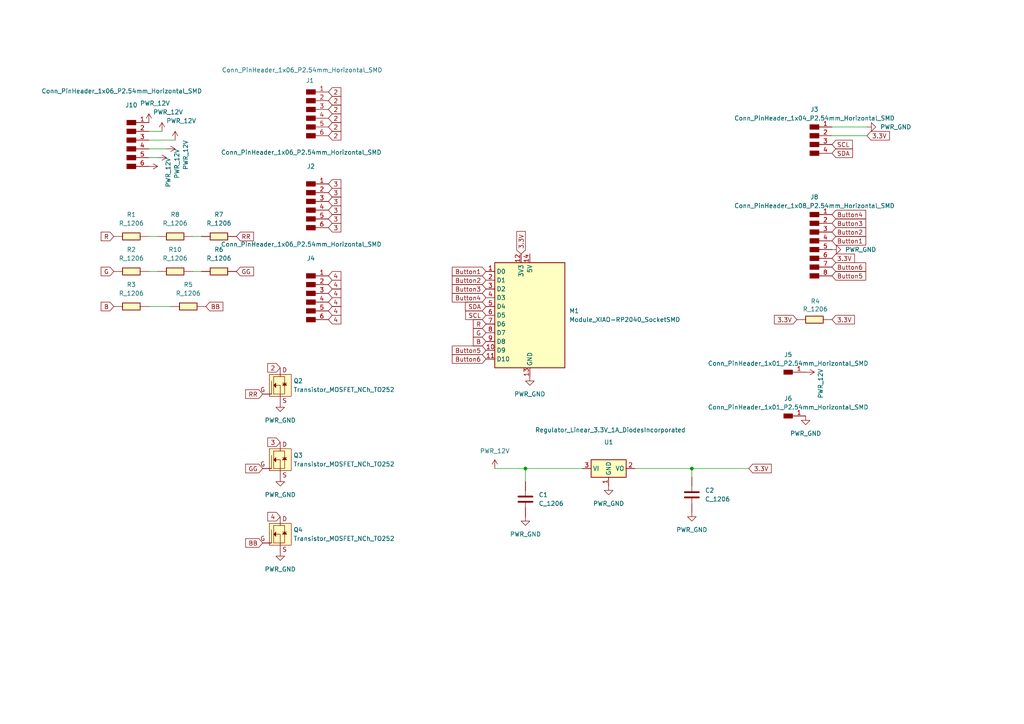
<source format=kicad_sch>
(kicad_sch (version 20231120) (generator "eeschema") (generator_version "8.0")
  (paper "A4")
  (lib_symbols
    (symbol "Fabac:C_1206" (pin_numbers hide)
      (property "Reference" "C" (at 0.635 2.54 0))
      (property "Value" "C_1206" (at 0.635 -2.54 0))
      (symbol "C_1206_0_1"
        (polyline (pts (xy -2.032 -0.762) (xy 2.032 -0.762)) (stroke (width 0.508)))
        (polyline (pts (xy -2.032 0.762) (xy 2.032 0.762)) (stroke (width 0.508)))
        (polyline (pts (xy 0 -0.635) (xy 0 -2.54)))
        (polyline (pts (xy 0 0.635) (xy 0 2.54)))
      )
      (symbol "C_1206_1_1"
        (pin passive line (at 0 5.08 270) (length 2.54) (name "~") (number "1"))
        (pin passive line (at 0 -5.08 90) (length 2.54) (name "~") (number "2"))
      )
    )
    (symbol "Fabac:Conn_PinHeader_1x01_P2.54mm_Horizontal_SMD" (pin_names (offset 1.016) hide)
      (property "Reference" "J" (at 0 2.54 0))
      (property "Value" "Conn_PinHeader_1x01_P2.54mm_Horizontal_SMD" (at 0 -2.54 0))
      (symbol "Conn_PinHeader_1x01_P2.54mm_Horizontal_SMD_1_1"
        (rectangle (start -1.27 0.635) (end 1.27 -0.635) (stroke (width 0.1524)) (fill (type outline)))
        (pin passive line (at 5.08 0 180) (length 3.81) (name "Pin_1") (number "1"))
      )
    )
    (symbol "Fabac:Conn_PinHeader_1x04_P2.54mm_Horizontal_SMD" (pin_names hide)
      (property "Reference" "J" (at 0 5.08 0))
      (property "Value" "Conn_PinHeader_1x04_P2.54mm_Horizontal_SMD" (at 0 -7.62 0))
      (symbol "Conn_PinHeader_1x04_P2.54mm_Horizontal_SMD_1_1"
        (rectangle (start -1.27 -4.445) (end 1.27 -5.715) (stroke (width 0.254)) (fill (type outline)))
        (rectangle (start -1.27 -1.905) (end 1.27 -3.175) (stroke (width 0.254)) (fill (type outline)))
        (rectangle (start -1.27 0.635) (end 1.27 -0.635) (stroke (width 0.254)) (fill (type outline)))
        (rectangle (start -1.27 3.175) (end 1.27 1.905) (stroke (width 0.254)) (fill (type outline)))
        (pin passive line (at 5.08 2.54 180) (length 3.81) (name "Pin_1") (number "1"))
        (pin passive line (at 5.08 0 180) (length 3.81) (name "Pin_2") (number "2"))
        (pin passive line (at 5.08 -2.54 180) (length 3.81) (name "Pin_3") (number "3"))
        (pin passive line (at 5.08 -5.08 180) (length 3.81) (name "Pin_4") (number "4"))
      )
    )
    (symbol "Fabac:Conn_PinHeader_1x06_P2.54mm_Horizontal_SMD" (pin_names hide)
      (property "Reference" "J" (at 0 7.62 0))
      (property "Value" "Conn_PinHeader_1x06_P2.54mm_Horizontal_SMD" (at 0 -10.16 0))
      (symbol "Conn_PinHeader_1x06_P2.54mm_Horizontal_SMD_1_1"
        (rectangle (start -1.27 -6.985) (end 1.27 -8.255) (stroke (width 0.254)) (fill (type outline)))
        (rectangle (start -1.27 -4.445) (end 1.27 -5.715) (stroke (width 0.254)) (fill (type outline)))
        (rectangle (start -1.27 -1.905) (end 1.27 -3.175) (stroke (width 0.254)) (fill (type outline)))
        (rectangle (start -1.27 0.635) (end 1.27 -0.635) (stroke (width 0.254)) (fill (type outline)))
        (rectangle (start -1.27 3.175) (end 1.27 1.905) (stroke (width 0.254)) (fill (type outline)))
        (rectangle (start -1.27 5.715) (end 1.27 4.445) (stroke (width 0.254)) (fill (type outline)))
        (pin passive line (at 5.08 5.08 180) (length 3.81) (name "Pin_1") (number "1"))
        (pin passive line (at 5.08 2.54 180) (length 3.81) (name "Pin_2") (number "2"))
        (pin passive line (at 5.08 0 180) (length 3.81) (name "Pin_3") (number "3"))
        (pin passive line (at 5.08 -2.54 180) (length 3.81) (name "Pin_4") (number "4"))
        (pin passive line (at 5.08 -5.08 180) (length 3.81) (name "Pin_5") (number "5"))
        (pin passive line (at 5.08 -7.62 180) (length 3.81) (name "Pin_6") (number "6"))
      )
    )
    (symbol "Fabac:Conn_PinHeader_1x08_P2.54mm_Horizontal_SMD" (pin_names hide)
      (property "Reference" "J" (at 0 10.16 0))
      (property "Value" "Conn_PinHeader_1x08_P2.54mm_Horizontal_SMD" (at 0 -12.7 0))
      (symbol "Conn_PinHeader_1x08_P2.54mm_Horizontal_SMD_1_1"
        (rectangle (start -1.27 -9.525) (end 1.27 -10.795) (stroke (width 0.254)) (fill (type outline)))
        (rectangle (start -1.27 -6.985) (end 1.27 -8.255) (stroke (width 0.254)) (fill (type outline)))
        (rectangle (start -1.27 -4.445) (end 1.27 -5.715) (stroke (width 0.254)) (fill (type outline)))
        (rectangle (start -1.27 -1.905) (end 1.27 -3.175) (stroke (width 0.254)) (fill (type outline)))
        (rectangle (start -1.27 0.635) (end 1.27 -0.635) (stroke (width 0.254)) (fill (type outline)))
        (rectangle (start -1.27 3.175) (end 1.27 1.905) (stroke (width 0.254)) (fill (type outline)))
        (rectangle (start -1.27 5.715) (end 1.27 4.445) (stroke (width 0.254)) (fill (type outline)))
        (rectangle (start -1.27 8.255) (end 1.27 6.985) (stroke (width 0.254)) (fill (type outline)))
        (pin passive line (at 5.08 7.62 180) (length 3.81) (name "Pin_1") (number "1"))
        (pin passive line (at 5.08 5.08 180) (length 3.81) (name "Pin_2") (number "2"))
        (pin passive line (at 5.08 2.54 180) (length 3.81) (name "Pin_3") (number "3"))
        (pin passive line (at 5.08 0 180) (length 3.81) (name "Pin_4") (number "4"))
        (pin passive line (at 5.08 -2.54 180) (length 3.81) (name "Pin_5") (number "5"))
        (pin passive line (at 5.08 -5.08 180) (length 3.81) (name "Pin_6") (number "6"))
        (pin passive line (at 5.08 -7.62 180) (length 3.81) (name "Pin_7") (number "7"))
        (pin passive line (at 5.08 -10.16 180) (length 3.81) (name "Pin_8") (number "8"))
      )
    )
    (symbol "Fabac:Module_XIAO-RP2040_SocketSMD"
      (property "Reference" "M" (at -10.16 16.51 0))
      (property "Value" "Module_XIAO-RP2040_SocketSMD" (at 1.27 16.51 0))
      (symbol "Module_XIAO-RP2040_SocketSMD_1_1"
        (rectangle (start -10.16 15.24) (end 10.16 -15.24) (stroke (width 0.254)) (fill (type background)))
        (pin bidirectional line (at -12.7 12.7 0) (length 2.54) (name "D0") (number "1"))
        (pin bidirectional line (at -12.7 -10.16 0) (length 2.54) (name "D9") (number "10"))
        (pin bidirectional line (at -12.7 -12.7 0) (length 2.54) (name "D10") (number "11"))
        (pin power_in line (at -2.54 17.78 270) (length 2.54) (name "3V3") (number "12"))
        (pin power_in line (at 0 -17.78 90) (length 2.54) (name "GND") (number "13"))
        (pin power_in line (at 0 17.78 270) (length 2.54) (name "5V") (number "14"))
        (pin bidirectional line (at -12.7 10.16 0) (length 2.54) (name "D1") (number "2"))
        (pin bidirectional line (at -12.7 7.62 0) (length 2.54) (name "D2") (number "3"))
        (pin bidirectional line (at -12.7 5.08 0) (length 2.54) (name "D3") (number "4"))
        (pin bidirectional line (at -12.7 2.54 0) (length 2.54) (name "D4") (number "5"))
        (pin bidirectional line (at -12.7 0 0) (length 2.54) (name "D5") (number "6"))
        (pin bidirectional line (at -12.7 -2.54 0) (length 2.54) (name "D6") (number "7"))
        (pin bidirectional line (at -12.7 -5.08 0) (length 2.54) (name "D7") (number "8"))
        (pin bidirectional line (at -12.7 -7.62 0) (length 2.54) (name "D8") (number "9"))
      )
    )
    (symbol "Fabac:PWR_12V" (power) (pin_names (offset 0))
      (property "Value" "PWR_12V" (at 0 3.556 0))
      (symbol "PWR_12V_0_1"
        (polyline (pts (xy -0.762 1.27) (xy 0 2.54)))
        (polyline (pts (xy 0 0) (xy 0 2.54)))
        (polyline (pts (xy 0 2.54) (xy 0.762 1.27)))
      )
      (symbol "PWR_12V_1_1"
        (pin power_in line (at 0 0 90) (length 0) hide (name "PWR_12V") (number "1"))
      )
    )
    (symbol "Fabac:PWR_GND" (power) (pin_names (offset 0))
      (property "Value" "PWR_GND" (at 0 -3.81 0))
      (symbol "PWR_GND_0_1"
        (polyline (pts (xy 0 0) (xy 0 -1.27) (xy 1.27 -1.27) (xy 0 -2.54) (xy -1.27 -1.27) (xy 0 -1.27)))
      )
      (symbol "PWR_GND_1_1"
        (pin power_in line (at 0 0 270) (length 0) hide (name "PWR_GND") (number "1"))
      )
    )
    (symbol "Fabac:R_1206" (pin_numbers hide) (pin_names (offset 0))
      (property "Reference" "R" (at 2.54 0 90))
      (property "Value" "R_1206" (at -2.54 0 90))
      (symbol "R_1206_0_1"
        (rectangle (start -1.016 -2.54) (end 1.016 2.54) (stroke (width 0.254)) (fill (type background)))
      )
      (symbol "R_1206_1_1"
        (pin passive line (at 0 5.08 270) (length 2.54) (name "~") (number "1"))
        (pin passive line (at 0 -5.08 90) (length 2.54) (name "~") (number "2"))
      )
    )
    (symbol "Fabac:Regulator_Linear_3.3V_1A_DiodesIncorporated"
      (property "Reference" "U" (at -5.08 6.35 0))
      (property "Value" "Regulator_Linear_3.3V_1A_DiodesIncorporated" (at -5.08 3.81 0))
      (symbol "Regulator_Linear_3.3V_1A_DiodesIncorporated_0_1"
        (rectangle (start -5.08 2.54) (end 5.08 -2.54) (stroke (width 0.254)) (fill (type background)))
      )
      (symbol "Regulator_Linear_3.3V_1A_DiodesIncorporated_1_1"
        (pin power_in line (at 0 -5.08 90) (length 2.54) (name "GND") (number "1"))
        (pin power_out line (at 7.62 0 180) (length 2.54) (name "VO") (number "2"))
        (pin power_in line (at -7.62 0 0) (length 2.54) (name "VI") (number "3"))
      )
    )
    (symbol "Fabac:Transistor_MOSFET_NCh_TO252" (pin_numbers hide) (pin_names hide)
      (property "Reference" "Q" (at 3.81 1.27 0))
      (property "Value" "Transistor_MOSFET_NCh_TO252" (at 3.81 -1.27 0))
      (symbol "Transistor_MOSFET_NCh_TO252_0_1"
        (polyline (pts (xy 0 2.54) (xy 1.27 2.54) (xy 1.27 -2.54) (xy 0 -2.54)))
      )
      (symbol "Transistor_MOSFET_NCh_TO252_1_0"
        (text "D" (at 1.27 4.445 0) (effects (font (size 1.27 1.27))))
        (text "G" (at -5.08 -1.27 0) (effects (font (size 1.27 1.27))))
        (text "S" (at 1.27 -4.445 0) (effects (font (size 1.27 1.27))))
      )
      (symbol "Transistor_MOSFET_NCh_TO252_1_1"
        (rectangle (start -3.175 3.175) (end 3.175 -3.175) (fill (type background)))
        (polyline (pts (xy -2.54 -2.54) (xy -2.54 1.27)) (stroke (width 0.15)))
        (polyline (pts (xy -1.905 -2.54) (xy 0 -2.54)) (stroke (width 0.15)))
        (polyline (pts (xy -1.905 2.54) (xy -1.905 -2.54)) (stroke (width 0.15)))
        (polyline (pts (xy 0 2.54) (xy -1.905 2.54)) (stroke (width 0.15)))
        (polyline (pts (xy 0.635 0.635) (xy 1.905 0.635)) (stroke (width 0.15)))
        (polyline (pts (xy 0 -2.54) (xy 0 0) (xy -1.905 0)) (stroke (width 0.15)))
        (polyline (pts (xy -1.905 0) (xy -1.27 0.635) (xy -1.27 -0.635) (xy -1.905 0)) (fill (type outline)))
        (polyline (pts (xy 1.27 0.635) (xy 1.905 0) (xy 0.635 0) (xy 1.27 0.635)) (fill (type outline)))
        (pin passive line (at -5.08 -2.54 0) (length 2.54) (name "G") (number "1"))
        (pin passive line (at 0 5.08 270) (length 2.54) (name "D") (number "2"))
        (pin passive line (at 0 -5.08 90) (length 2.54) (name "S") (number "3"))
      )
    )
  )
  (junction (at 200.66 135.89))
  (junction (at 152.4 135.89))
  (wire (pts (xy 200.66 138.43) (xy 200.66 135.89)))
  (wire (pts (xy 50.8 40.64) (xy 43.18 40.64)))
  (wire (pts (xy 55.88 78.74) (xy 58.42 78.74)))
  (wire (pts (xy 184.15 135.89) (xy 200.66 135.89)))
  (wire (pts (xy 143.51 135.89) (xy 152.4 135.89)))
  (wire (pts (xy 251.46 36.83) (xy 241.3 36.83)))
  (wire (pts (xy 251.46 39.37) (xy 241.3 39.37)))
  (wire (pts (xy 152.4 135.89) (xy 152.4 139.7)))
  (wire (pts (xy 43.18 68.58) (xy 45.72 68.58)))
  (wire (pts (xy 200.66 135.89) (xy 217.17 135.89)))
  (wire (pts (xy 46.99 38.1) (xy 43.18 38.1)))
  (wire (pts (xy 58.42 68.58) (xy 55.88 68.58)))
  (wire (pts (xy 45.72 78.74) (xy 43.18 78.74)))
  (wire (pts (xy 48.26 43.18) (xy 43.18 43.18)))
  (wire (pts (xy 49.53 88.9) (xy 43.18 88.9)))
  (wire (pts (xy 45.72 45.72) (xy 43.18 45.72)))
  (wire (pts (xy 152.4 135.89) (xy 168.91 135.89)))
  (global_label "GG" (shape input) (at 76.2 135.89 180) (property "Intersheetrefs" "${INTERSHEET_REFS}" (effects (hide yes))))
  (global_label "2" (shape input) (at 81.28 106.68 180) (property "Intersheetrefs" "${INTERSHEET_REFS}" (effects (hide yes))))
  (global_label "GG" (shape input) (at 68.58 78.74 0) (property "Intersheetrefs" "${INTERSHEET_REFS}" (effects (hide yes))))
  (global_label "4" (shape input) (at 95.25 87.63 0) (property "Intersheetrefs" "${INTERSHEET_REFS}" (effects (hide yes))))
  (global_label "SDA" (shape input) (at 140.97 88.9 180) (property "Intersheetrefs" "${INTERSHEET_REFS}" (effects (hide yes))))
  (global_label "Button6" (shape input) (at 140.97 104.14 180) (property "Intersheetrefs" "${INTERSHEET_REFS}" (effects (hide yes))))
  (global_label "SCL" (shape input) (at 140.97 91.44 180) (property "Intersheetrefs" "${INTERSHEET_REFS}" (effects (hide yes))))
  (global_label "3.3V" (shape input) (at 241.3 92.71 0) (property "Intersheetrefs" "${INTERSHEET_REFS}" (effects (hide yes))))
  (global_label "4" (shape input) (at 95.25 92.71 0) (property "Intersheetrefs" "${INTERSHEET_REFS}" (effects (hide yes))))
  (global_label "3" (shape input) (at 81.28 128.27 180) (property "Intersheetrefs" "${INTERSHEET_REFS}" (effects (hide yes))))
  (global_label "Button3" (shape input) (at 241.3 64.77 0) (property "Intersheetrefs" "${INTERSHEET_REFS}" (effects (hide yes))))
  (global_label "2" (shape input) (at 95.25 29.21 0) (property "Intersheetrefs" "${INTERSHEET_REFS}" (effects (hide yes))))
  (global_label "4" (shape input) (at 95.25 80.01 0) (property "Intersheetrefs" "${INTERSHEET_REFS}" (effects (hide yes))))
  (global_label "2" (shape input) (at 95.25 36.83 0) (property "Intersheetrefs" "${INTERSHEET_REFS}" (effects (hide yes))))
  (global_label "3" (shape input) (at 95.25 60.96 0) (property "Intersheetrefs" "${INTERSHEET_REFS}" (effects (hide yes))))
  (global_label "Button2" (shape input) (at 241.3 67.31 0) (property "Intersheetrefs" "${INTERSHEET_REFS}" (effects (hide yes))))
  (global_label "4" (shape input) (at 95.25 90.17 0) (property "Intersheetrefs" "${INTERSHEET_REFS}" (effects (hide yes))))
  (global_label "Button4" (shape input) (at 140.97 86.36 180) (property "Intersheetrefs" "${INTERSHEET_REFS}" (effects (hide yes))))
  (global_label "3" (shape input) (at 95.25 63.5 0) (property "Intersheetrefs" "${INTERSHEET_REFS}" (effects (hide yes))))
  (global_label "Button6" (shape input) (at 241.3 77.47 0) (property "Intersheetrefs" "${INTERSHEET_REFS}" (effects (hide yes))))
  (global_label "3.3V" (shape input) (at 231.14 92.71 180) (property "Intersheetrefs" "${INTERSHEET_REFS}" (effects (hide yes))))
  (global_label "R" (shape input) (at 140.97 93.98 180) (property "Intersheetrefs" "${INTERSHEET_REFS}" (effects (hide yes))))
  (global_label "RR" (shape input) (at 68.58 68.58 0) (property "Intersheetrefs" "${INTERSHEET_REFS}" (effects (hide yes))))
  (global_label "G" (shape input) (at 140.97 96.52 180) (property "Intersheetrefs" "${INTERSHEET_REFS}" (effects (hide yes))))
  (global_label "R" (shape input) (at 33.02 68.58 180) (property "Intersheetrefs" "${INTERSHEET_REFS}" (effects (hide yes))))
  (global_label "Button1" (shape input) (at 140.97 78.74 180) (property "Intersheetrefs" "${INTERSHEET_REFS}" (effects (hide yes))))
  (global_label "SDA" (shape input) (at 241.3 44.45 0) (property "Intersheetrefs" "${INTERSHEET_REFS}" (effects (hide yes))))
  (global_label "G" (shape input) (at 33.02 78.74 180) (property "Intersheetrefs" "${INTERSHEET_REFS}" (effects (hide yes))))
  (global_label "4" (shape input) (at 81.28 149.86 180) (property "Intersheetrefs" "${INTERSHEET_REFS}" (effects (hide yes))))
  (global_label "3" (shape input) (at 95.25 66.04 0) (property "Intersheetrefs" "${INTERSHEET_REFS}" (effects (hide yes))))
  (global_label "3" (shape input) (at 95.25 53.34 0) (property "Intersheetrefs" "${INTERSHEET_REFS}" (effects (hide yes))))
  (global_label "Button3" (shape input) (at 140.97 83.82 180) (property "Intersheetrefs" "${INTERSHEET_REFS}" (effects (hide yes))))
  (global_label "3.3V" (shape input) (at 151.13 73.66 90) (property "Intersheetrefs" "${INTERSHEET_REFS}" (effects (hide yes))))
  (global_label "Button5" (shape input) (at 140.97 101.6 180) (property "Intersheetrefs" "${INTERSHEET_REFS}" (effects (hide yes))))
  (global_label "Button5" (shape input) (at 241.3 80.01 0) (property "Intersheetrefs" "${INTERSHEET_REFS}" (effects (hide yes))))
  (global_label "BB" (shape input) (at 76.2 157.48 180) (property "Intersheetrefs" "${INTERSHEET_REFS}" (effects (hide yes))))
  (global_label "3.3V" (shape input) (at 251.46 39.37 0) (property "Intersheetrefs" "${INTERSHEET_REFS}" (effects (hide yes))))
  (global_label "B" (shape input) (at 140.97 99.06 180) (property "Intersheetrefs" "${INTERSHEET_REFS}" (effects (hide yes))))
  (global_label "4" (shape input) (at 95.25 82.55 0) (property "Intersheetrefs" "${INTERSHEET_REFS}" (effects (hide yes))))
  (global_label "3" (shape input) (at 95.25 58.42 0) (property "Intersheetrefs" "${INTERSHEET_REFS}" (effects (hide yes))))
  (global_label "3.3V" (shape input) (at 217.17 135.89 0) (property "Intersheetrefs" "${INTERSHEET_REFS}" (effects (hide yes))))
  (global_label "2" (shape input) (at 95.25 26.67 0) (property "Intersheetrefs" "${INTERSHEET_REFS}" (effects (hide yes))))
  (global_label "3.3V" (shape input) (at 241.3 74.93 0) (property "Intersheetrefs" "${INTERSHEET_REFS}" (effects (hide yes))))
  (global_label "3" (shape input) (at 95.25 55.88 0) (property "Intersheetrefs" "${INTERSHEET_REFS}" (effects (hide yes))))
  (global_label "SCL" (shape input) (at 241.3 41.91 0) (property "Intersheetrefs" "${INTERSHEET_REFS}" (effects (hide yes))))
  (global_label "4" (shape input) (at 95.25 85.09 0) (property "Intersheetrefs" "${INTERSHEET_REFS}" (effects (hide yes))))
  (global_label "Button1" (shape input) (at 241.3 69.85 0) (property "Intersheetrefs" "${INTERSHEET_REFS}" (effects (hide yes))))
  (global_label "Button2" (shape input) (at 140.97 81.28 180) (property "Intersheetrefs" "${INTERSHEET_REFS}" (effects (hide yes))))
  (global_label "BB" (shape input) (at 59.69 88.9 0) (property "Intersheetrefs" "${INTERSHEET_REFS}" (effects (hide yes))))
  (global_label "B" (shape input) (at 33.02 88.9 180) (property "Intersheetrefs" "${INTERSHEET_REFS}" (effects (hide yes))))
  (global_label "Button4" (shape input) (at 241.3 62.23 0) (property "Intersheetrefs" "${INTERSHEET_REFS}" (effects (hide yes))))
  (global_label "2" (shape input) (at 95.25 34.29 0) (property "Intersheetrefs" "${INTERSHEET_REFS}" (effects (hide yes))))
  (global_label "2" (shape input) (at 95.25 39.37 0) (property "Intersheetrefs" "${INTERSHEET_REFS}" (effects (hide yes))))
  (global_label "RR" (shape input) (at 76.2 114.3 180) (property "Intersheetrefs" "${INTERSHEET_REFS}" (effects (hide yes))))
  (global_label "2" (shape input) (at 95.25 31.75 0) (property "Intersheetrefs" "${INTERSHEET_REFS}" (effects (hide yes))))
  (symbol (lib_id "Fabac:PWR_GND") (at 233.68 120.65 0) (unit 1)
    (property "Reference" "#PWR017" (effects (hide yes)))
    (property "Value" "PWR_GND" (at 233.68 125.73 0))
    (property "Description" "Power symbol creates a global label with name \"GND\" , ground" (effects (hide yes)))
  )
  (symbol (lib_id "Fabac:PWR_12V") (at 50.8 40.64 0) (unit 1)
    (property "Reference" "#PWR020" (effects (hide yes)))
    (property "Value" "PWR_12V" (at 52.578 35.052 0))
    (property "Description" "Power symbol creates a global label with name \"+12V\"" (effects (hide yes)))
  )
  (symbol (lib_id "Fabac:PWR_GND") (at 81.28 116.84 0) (unit 1)
    (property "Reference" "#PWR02" (effects (hide yes)))
    (property "Value" "PWR_GND" (at 81.28 121.92 0))
    (property "Description" "Power symbol creates a global label with name \"GND\" , ground" (effects (hide yes)))
  )
  (symbol (lib_id "Fabac:Conn_PinHeader_1x06_P2.54mm_Horizontal_SMD") (at 90.17 31.75 0) (unit 1)
    (property "Reference" "J1" (at 89.916 23.368 0))
    (property "Value" "Conn_PinHeader_1x06_P2.54mm_Horizontal_SMD" (at 87.63 20.32 0))
    (property "Footprint" "Fabac:PinHeader_1x06_P2.54mm_Horizontal_SMD" (effects (hide yes)))
    (property "Datasheet" "https://gct.co/files/specs/2.54mm-socket-spec.pdf" (effects (hide yes)))
    (property "Description" "Male connector, single row" (effects (hide yes)))
  )
  (symbol (lib_id "Fabac:Conn_PinHeader_1x06_P2.54mm_Horizontal_SMD") (at 90.17 85.09 0) (unit 1)
    (property "Reference" "J4" (at 90.17 74.93 0))
    (property "Value" "Conn_PinHeader_1x06_P2.54mm_Horizontal_SMD" (at 87.376 70.866 0))
    (property "Footprint" "Fabac:PinHeader_1x06_P2.54mm_Horizontal_SMD" (effects (hide yes)))
    (property "Datasheet" "https://gct.co/files/specs/2.54mm-socket-spec.pdf" (effects (hide yes)))
    (property "Description" "Male connector, single row" (effects (hide yes)))
  )
  (symbol (lib_id "Fabac:PWR_GND") (at 153.67 109.22 0) (unit 1)
    (property "Reference" "#PWR05" (effects (hide yes)))
    (property "Value" "PWR_GND" (at 153.67 114.3 0))
    (property "Description" "Power symbol creates a global label with name \"GND\" , ground" (effects (hide yes)))
  )
  (symbol (lib_id "Fabac:Conn_PinHeader_1x01_P2.54mm_Horizontal_SMD") (at 228.6 107.95 0) (unit 1)
    (property "Reference" "J5" (at 228.6 102.87 0))
    (property "Value" "Conn_PinHeader_1x01_P2.54mm_Horizontal_SMD" (at 228.6 105.41 0))
    (property "Footprint" "Fabac:PinHeader_1x01_P2.54mm_Horizontal_SMD" (effects (hide yes)))
    (property "Description" "Connector pin header 2.54mm pitch horizontal SMD" (effects (hide yes)))
  )
  (symbol (lib_id "Fabac:R_1206") (at 50.8 68.58 90) (unit 1)
    (property "Reference" "R8" (at 50.8 62.23 90))
    (property "Value" "R_1206" (at 50.8 64.77 90))
    (property "Footprint" "Fabac:R_1206" (effects (hide yes)))
    (property "Description" "Resistor" (effects (hide yes)))
  )
  (symbol (lib_id "Fabac:R_1206") (at 38.1 68.58 90) (unit 1)
    (property "Reference" "R1" (at 38.1 62.23 90))
    (property "Value" "R_1206" (at 38.1 64.77 90))
    (property "Footprint" "Fabac:R_1206" (effects (hide yes)))
    (property "Description" "Resistor" (effects (hide yes)))
  )
  (symbol (lib_id "Fabac:PWR_GND") (at 176.53 140.97 0) (unit 1)
    (property "Reference" "#PWR07" (effects (hide yes)))
    (property "Value" "PWR_GND" (at 176.53 146.05 0))
    (property "Description" "Power symbol creates a global label with name \"GND\" , ground" (effects (hide yes)))
  )
  (symbol (lib_id "Fabac:PWR_GND") (at 81.28 160.02 0) (unit 1)
    (property "Reference" "#PWR04" (effects (hide yes)))
    (property "Value" "PWR_GND" (at 81.28 165.1 0))
    (property "Description" "Power symbol creates a global label with name \"GND\" , ground" (effects (hide yes)))
  )
  (symbol (lib_id "Fabac:PWR_12V") (at 233.68 107.95 270) (unit 1)
    (property "Reference" "#PWR018" (effects (hide yes)))
    (property "Value" "PWR_12V" (at 237.998 111.252 0))
    (property "Description" "Power symbol creates a global label with name \"+12V\"" (effects (hide yes)))
  )
  (symbol (lib_id "Fabac:PWR_GND") (at 251.46 36.83 90) (unit 1)
    (property "Reference" "#PWR010" (effects (hide yes)))
    (property "Value" "PWR_GND" (at 255.27 36.8299 90) (effects (justify right)))
    (property "Description" "Power symbol creates a global label with name \"GND\" , ground" (effects (hide yes)))
  )
  (symbol (lib_id "Fabac:PWR_12V") (at 143.51 135.89 0) (unit 1)
    (property "Reference" "#PWR06" (effects (hide yes)))
    (property "Value" "PWR_12V" (at 143.51 130.81 0))
    (property "Description" "Power symbol creates a global label with name \"+12V\"" (effects (hide yes)))
  )
  (symbol (lib_id "Fabac:PWR_GND") (at 200.66 148.59 0) (unit 1)
    (property "Reference" "#PWR09" (effects (hide yes)))
    (property "Value" "PWR_GND" (at 200.66 153.67 0))
    (property "Description" "Power symbol creates a global label with name \"GND\" , ground" (effects (hide yes)))
  )
  (symbol (lib_id "Fabac:Conn_PinHeader_1x04_P2.54mm_Horizontal_SMD") (at 236.22 39.37 0) (unit 1)
    (property "Reference" "J3" (at 236.22 31.75 0))
    (property "Value" "Conn_PinHeader_1x04_P2.54mm_Horizontal_SMD" (at 236.22 34.29 0))
    (property "Footprint" "Fabac:PinHeader_1x04_P2.54mm_Horizontal_SMD" (effects (hide yes)))
    (property "Description" "Male connector, single row" (effects (hide yes)))
  )
  (symbol (lib_id "Fabac:Conn_PinHeader_1x01_P2.54mm_Horizontal_SMD") (at 228.6 120.65 0) (unit 1)
    (property "Reference" "J6" (at 228.6 115.57 0))
    (property "Value" "Conn_PinHeader_1x01_P2.54mm_Horizontal_SMD" (at 228.6 118.11 0))
    (property "Footprint" "Fabac:PinHeader_1x01_P2.54mm_Horizontal_SMD" (effects (hide yes)))
    (property "Description" "Connector pin header 2.54mm pitch horizontal SMD" (effects (hide yes)))
  )
  (symbol (lib_id "Fabac:PWR_12V") (at 46.99 38.1 0) (unit 1)
    (property "Reference" "#PWR019" (effects (hide yes)))
    (property "Value" "PWR_12V" (at 48.768 32.512 0))
    (property "Description" "Power symbol creates a global label with name \"+12V\"" (effects (hide yes)))
  )
  (symbol (lib_id "Fabac:R_1206") (at 63.5 78.74 90) (unit 1)
    (property "Reference" "R6" (at 63.5 72.39 90))
    (property "Value" "R_1206" (at 63.5 74.93 90))
    (property "Footprint" "Fabac:R_1206" (effects (hide yes)))
    (property "Description" "Resistor" (effects (hide yes)))
  )
  (symbol (lib_id "Fabac:PWR_GND") (at 152.4 149.86 0) (unit 1)
    (property "Reference" "#PWR08" (effects (hide yes)))
    (property "Value" "PWR_GND" (at 152.4 154.94 0))
    (property "Description" "Power symbol creates a global label with name \"GND\" , ground" (effects (hide yes)))
  )
  (symbol (lib_id "Fabac:R_1206") (at 38.1 88.9 90) (unit 1)
    (property "Reference" "R3" (at 38.1 82.55 90))
    (property "Value" "R_1206" (at 38.1 85.09 90))
    (property "Footprint" "Fabac:R_1206" (effects (hide yes)))
    (property "Description" "Resistor" (effects (hide yes)))
  )
  (symbol (lib_id "Fabac:Module_XIAO-RP2040_SocketSMD") (at 153.67 91.44 0) (unit 1)
    (property "Reference" "M1" (at 165.1 90.1699 0) (effects (justify left)))
    (property "Value" "Module_XIAO-RP2040_SocketSMD" (at 165.1 92.7099 0) (effects (justify left)))
    (property "Footprint" "Fabac:SeeedStudio_XIAO_RP2040" (effects (hide yes)))
    (property "Datasheet" "https://wiki.seeedstudio.com/XIAO-RP2040/" (effects (hide yes)))
    (property "Description" "RP2040 XIAO RP2040 - ARM® Cortex®-M0+ MCU 32-Bit Embedded Evaluation Board SMD Socket (Female Header)" (effects (hide yes)))
  )
  (symbol (lib_id "Fabac:PWR_GND") (at 241.3 72.39 90) (unit 1)
    (property "Reference" "#PWR016" (effects (hide yes)))
    (property "Value" "PWR_GND" (at 245.11 72.3899 90) (effects (justify right)))
    (property "Description" "Power symbol creates a global label with name \"GND\" , ground" (effects (hide yes)))
  )
  (symbol (lib_id "Fabac:C_1206") (at 152.4 144.78 180) (unit 1)
    (property "Reference" "C1" (at 156.21 143.5099 0) (effects (justify right)))
    (property "Value" "C_1206" (at 156.21 146.0499 0) (effects (justify right)))
    (property "Footprint" "Fabac:C_1206" (effects (hide yes)))
    (property "Datasheet" "https://www.yageo.com/upload/media/product/productsearch/datasheet/mlcc/UPY-GP_NP0_16V-to-50V_18.pdf" (effects (hide yes)))
    (property "Description" "Unpolarized capacitor, SMD, 1206" (effects (hide yes)))
  )
  (symbol (lib_id "Fabac:Conn_PinHeader_1x06_P2.54mm_Horizontal_SMD") (at 38.1 40.64 0) (unit 1)
    (property "Reference" "J10" (at 38.1 30.48 0))
    (property "Value" "Conn_PinHeader_1x06_P2.54mm_Horizontal_SMD" (at 35.306 26.416 0))
    (property "Footprint" "Fabac:PinHeader_1x06_P2.54mm_Horizontal_SMD" (effects (hide yes)))
    (property "Datasheet" "https://gct.co/files/specs/2.54mm-socket-spec.pdf" (effects (hide yes)))
    (property "Description" "Male connector, single row" (effects (hide yes)))
  )
  (symbol (lib_id "Fabac:R_1206") (at 63.5 68.58 90) (unit 1)
    (property "Reference" "R7" (at 63.5 62.23 90))
    (property "Value" "R_1206" (at 63.5 64.77 90))
    (property "Footprint" "Fabac:R_1206" (effects (hide yes)))
    (property "Description" "Resistor" (effects (hide yes)))
  )
  (symbol (lib_id "Fabac:R_1206") (at 236.22 92.71 90) (unit 1)
    (property "Reference" "R4" (at 236.474 87.376 90))
    (property "Value" "R_1206" (at 236.474 89.662 90))
    (property "Footprint" "Fabac:R_1206" (effects (hide yes)))
    (property "Description" "Resistor" (effects (hide yes)))
  )
  (symbol (lib_id "Fabac:PWR_12V") (at 43.18 48.26 270) (unit 1)
    (property "Reference" "#PWR023" (effects (hide yes)))
    (property "Value" "PWR_12V" (at 48.768 50.038 0))
    (property "Description" "Power symbol creates a global label with name \"+12V\"" (effects (hide yes)))
  )
  (symbol (lib_id "Fabac:R_1206") (at 38.1 78.74 90) (unit 1)
    (property "Reference" "R2" (at 38.1 72.39 90))
    (property "Value" "R_1206" (at 38.1 74.93 90))
    (property "Footprint" "Fabac:R_1206" (effects (hide yes)))
    (property "Description" "Resistor" (effects (hide yes)))
  )
  (symbol (lib_id "Fabac:Transistor_MOSFET_NCh_TO252") (at 81.28 133.35 0) (unit 1)
    (property "Reference" "Q3" (at 85.09 132.0799 0) (effects (justify left)))
    (property "Value" "Transistor_MOSFET_NCh_TO252" (at 85.09 134.6199 0) (effects (justify left)))
    (property "Footprint" "Fabac:TO-252" (effects (hide yes)))
    (property "Datasheet" "https://www.onsemi.com/pub/Collateral/RFD16N05LSM-D.PDF" (effects (hide yes)))
    (property "Description" "N-Channel mosfet RFD16N05LSM9A in TO-252 package" (effects (hide yes)))
  )
  (symbol (lib_id "Fabac:Regulator_Linear_3.3V_1A_DiodesIncorporated") (at 176.53 135.89 0) (unit 1)
    (property "Reference" "U1" (at 176.53 128.27 0))
    (property "Value" "Regulator_Linear_3.3V_1A_DiodesIncorporated" (at 177.038 124.714 0))
    (property "Footprint" "Fabac:SOT-223-3_TabPin2" (effects (hide yes)))
    (property "Datasheet" "https://www.diodes.com/assets/Datasheets/AZ1117I.pdf" (effects (hide yes)))
    (property "Description" "3.3V 1A Linear regulator from Diodes Incorporated in SOT-223-3 package" (effects (hide yes)))
  )
  (symbol (lib_id "Fabac:Conn_PinHeader_1x06_P2.54mm_Horizontal_SMD") (at 90.17 58.42 0) (unit 1)
    (property "Reference" "J2" (at 90.17 48.26 0))
    (property "Value" "Conn_PinHeader_1x06_P2.54mm_Horizontal_SMD" (at 87.376 44.196 0))
    (property "Footprint" "Fabac:PinHeader_1x06_P2.54mm_Horizontal_SMD" (effects (hide yes)))
    (property "Datasheet" "https://gct.co/files/specs/2.54mm-socket-spec.pdf" (effects (hide yes)))
    (property "Description" "Male connector, single row" (effects (hide yes)))
  )
  (symbol (lib_id "Fabac:PWR_12V") (at 43.18 35.56 0) (unit 1)
    (property "Reference" "#PWR013" (effects (hide yes)))
    (property "Value" "PWR_12V" (at 44.958 29.972 0))
    (property "Description" "Power symbol creates a global label with name \"+12V\"" (effects (hide yes)))
  )
  (symbol (lib_id "Fabac:PWR_GND") (at 81.28 138.43 0) (unit 1)
    (property "Reference" "#PWR03" (effects (hide yes)))
    (property "Value" "PWR_GND" (at 81.28 143.51 0))
    (property "Description" "Power symbol creates a global label with name \"GND\" , ground" (effects (hide yes)))
  )
  (symbol (lib_id "Fabac:Conn_PinHeader_1x08_P2.54mm_Horizontal_SMD") (at 236.22 69.85 0) (unit 1)
    (property "Reference" "J8" (at 236.22 57.15 0))
    (property "Value" "Conn_PinHeader_1x08_P2.54mm_Horizontal_SMD" (at 236.22 59.69 0))
    (property "Footprint" "Fabac:PinHeader_1x08_P2.54mm_Horizontal_SMD" (effects (hide yes)))
    (property "Description" "Male connector, single row" (effects (hide yes)))
  )
  (symbol (lib_id "Fabac:R_1206") (at 50.8 78.74 90) (unit 1)
    (property "Reference" "R10" (at 50.8 72.39 90))
    (property "Value" "R_1206" (at 50.8 74.93 90))
    (property "Footprint" "Fabac:R_1206" (effects (hide yes)))
    (property "Description" "Resistor" (effects (hide yes)))
  )
  (symbol (lib_id "Fabac:R_1206") (at 54.61 88.9 90) (unit 1)
    (property "Reference" "R5" (at 54.61 82.55 90))
    (property "Value" "R_1206" (at 54.61 85.09 90))
    (property "Footprint" "Fabac:R_1206" (effects (hide yes)))
    (property "Description" "Resistor" (effects (hide yes)))
  )
  (symbol (lib_id "Fabac:PWR_12V") (at 48.26 43.18 270) (unit 1)
    (property "Reference" "#PWR021" (effects (hide yes)))
    (property "Value" "PWR_12V" (at 53.848 44.958 0))
    (property "Description" "Power symbol creates a global label with name \"+12V\"" (effects (hide yes)))
  )
  (symbol (lib_id "Fabac:C_1206") (at 200.66 143.51 180) (unit 1)
    (property "Reference" "C2" (at 204.47 142.2399 0) (effects (justify right)))
    (property "Value" "C_1206" (at 204.47 144.7799 0) (effects (justify right)))
    (property "Footprint" "Fabac:C_1206" (effects (hide yes)))
    (property "Datasheet" "https://www.yageo.com/upload/media/product/productsearch/datasheet/mlcc/UPY-GP_NP0_16V-to-50V_18.pdf" (effects (hide yes)))
    (property "Description" "Unpolarized capacitor, SMD, 1206" (effects (hide yes)))
  )
  (symbol (lib_id "Fabac:Transistor_MOSFET_NCh_TO252") (at 81.28 111.76 0) (unit 1)
    (property "Reference" "Q2" (at 85.09 110.4899 0) (effects (justify left)))
    (property "Value" "Transistor_MOSFET_NCh_TO252" (at 85.09 113.0299 0) (effects (justify left)))
    (property "Footprint" "Fabac:TO-252" (effects (hide yes)))
    (property "Datasheet" "https://www.onsemi.com/pub/Collateral/RFD16N05LSM-D.PDF" (effects (hide yes)))
    (property "Description" "N-Channel mosfet RFD16N05LSM9A in TO-252 package" (effects (hide yes)))
  )
  (symbol (lib_id "Fabac:Transistor_MOSFET_NCh_TO252") (at 81.28 154.94 0) (unit 1)
    (property "Reference" "Q4" (at 85.09 153.6699 0) (effects (justify left)))
    (property "Value" "Transistor_MOSFET_NCh_TO252" (at 85.09 156.2099 0) (effects (justify left)))
    (property "Footprint" "Fabac:TO-252" (effects (hide yes)))
    (property "Datasheet" "https://www.onsemi.com/pub/Collateral/RFD16N05LSM-D.PDF" (effects (hide yes)))
    (property "Description" "N-Channel mosfet RFD16N05LSM9A in TO-252 package" (effects (hide yes)))
  )
  (symbol (lib_id "Fabac:PWR_12V") (at 45.72 45.72 270) (unit 1)
    (property "Reference" "#PWR022" (effects (hide yes)))
    (property "Value" "PWR_12V" (at 51.308 47.498 0))
    (property "Description" "Power symbol creates a global label with name \"+12V\"" (effects (hide yes)))
  )
)
</source>
